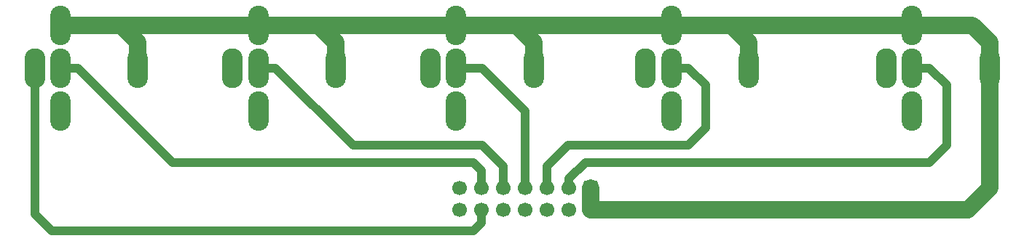
<source format=gtl>
G04 #@! TF.GenerationSoftware,KiCad,Pcbnew,(6.0.0)*
G04 #@! TF.CreationDate,2022-06-26T22:57:09+02:00*
G04 #@! TF.ProjectId,mht-ctl-back,6d68742d-6374-46c2-9d62-61636b2e6b69,rev?*
G04 #@! TF.SameCoordinates,Original*
G04 #@! TF.FileFunction,Copper,L1,Top*
G04 #@! TF.FilePolarity,Positive*
%FSLAX46Y46*%
G04 Gerber Fmt 4.6, Leading zero omitted, Abs format (unit mm)*
G04 Created by KiCad (PCBNEW (6.0.0)) date 2022-06-26 22:57:09*
%MOMM*%
%LPD*%
G01*
G04 APERTURE LIST*
G04 Aperture macros list*
%AMRoundRect*
0 Rectangle with rounded corners*
0 $1 Rounding radius*
0 $2 $3 $4 $5 $6 $7 $8 $9 X,Y pos of 4 corners*
0 Add a 4 corners polygon primitive as box body*
4,1,4,$2,$3,$4,$5,$6,$7,$8,$9,$2,$3,0*
0 Add four circle primitives for the rounded corners*
1,1,$1+$1,$2,$3*
1,1,$1+$1,$4,$5*
1,1,$1+$1,$6,$7*
1,1,$1+$1,$8,$9*
0 Add four rect primitives between the rounded corners*
20,1,$1+$1,$2,$3,$4,$5,0*
20,1,$1+$1,$4,$5,$6,$7,0*
20,1,$1+$1,$6,$7,$8,$9,0*
20,1,$1+$1,$8,$9,$2,$3,0*%
G04 Aperture macros list end*
G04 #@! TA.AperFunction,ComponentPad*
%ADD10O,2.400000X4.600000*%
G04 #@! TD*
G04 #@! TA.AperFunction,ComponentPad*
%ADD11O,2.400000X4.660000*%
G04 #@! TD*
G04 #@! TA.AperFunction,ComponentPad*
%ADD12RoundRect,0.250000X-0.600000X0.600000X-0.600000X-0.600000X0.600000X-0.600000X0.600000X0.600000X0*%
G04 #@! TD*
G04 #@! TA.AperFunction,ComponentPad*
%ADD13C,1.700000*%
G04 #@! TD*
G04 #@! TA.AperFunction,Conductor*
%ADD14C,1.000000*%
G04 #@! TD*
G04 #@! TA.AperFunction,Conductor*
%ADD15C,2.000000*%
G04 #@! TD*
G04 APERTURE END LIST*
D10*
X159000000Y-98000000D03*
X159000000Y-103000000D03*
X159000000Y-108000000D03*
D11*
X156000000Y-103000000D03*
D10*
X168000000Y-103000000D03*
X187000000Y-98000000D03*
X187000000Y-103000000D03*
X187000000Y-108000000D03*
D11*
X184000000Y-103000000D03*
D10*
X196000000Y-103000000D03*
X111000000Y-98000000D03*
X111000000Y-103000000D03*
X111000000Y-108000000D03*
D11*
X108000000Y-103000000D03*
D10*
X120000000Y-103000000D03*
X88000000Y-98000000D03*
X88000000Y-103000000D03*
X88000000Y-108000000D03*
D11*
X85000000Y-103000000D03*
D10*
X97000000Y-103000000D03*
X134000000Y-98000000D03*
X134000000Y-103000000D03*
X134000000Y-108000000D03*
D11*
X131000000Y-103000000D03*
D10*
X143000000Y-103000000D03*
D12*
X149620000Y-117000000D03*
D13*
X149620000Y-119540000D03*
X147080000Y-117000000D03*
X147080000Y-119540000D03*
X144540000Y-117000000D03*
X144540000Y-119540000D03*
X142000000Y-117000000D03*
X142000000Y-119540000D03*
X139460000Y-117000000D03*
X139460000Y-119540000D03*
X136920000Y-117000000D03*
X136920000Y-119540000D03*
X134380000Y-117000000D03*
X134380000Y-119540000D03*
D14*
X136920000Y-114920000D02*
X136920000Y-117000000D01*
X136000000Y-114000000D02*
X136920000Y-114920000D01*
X101000000Y-114000000D02*
X136000000Y-114000000D01*
X88000000Y-103000000D02*
X90000000Y-103000000D01*
X90000000Y-103000000D02*
X101000000Y-114000000D01*
X136920000Y-119540000D02*
X136920000Y-121080000D01*
X85000000Y-120000000D02*
X87000000Y-122000000D01*
X136920000Y-121080000D02*
X136000000Y-122000000D01*
X136000000Y-122000000D02*
X87000000Y-122000000D01*
X85000000Y-120000000D02*
X85000000Y-103000000D01*
X137000000Y-112000000D02*
X139460000Y-114460000D01*
X122000000Y-112000000D02*
X137000000Y-112000000D01*
X113000000Y-103000000D02*
X122000000Y-112000000D01*
X111000000Y-103000000D02*
X113000000Y-103000000D01*
X139460000Y-114460000D02*
X139460000Y-117000000D01*
X142000000Y-108000000D02*
X142000000Y-117000000D01*
X137000000Y-103000000D02*
X142000000Y-108000000D01*
X134000000Y-103000000D02*
X137000000Y-103000000D01*
X163000000Y-110000000D02*
X163000000Y-105000000D01*
X147000000Y-112000000D02*
X161000000Y-112000000D01*
X144540000Y-114460000D02*
X147000000Y-112000000D01*
X144540000Y-117000000D02*
X144540000Y-114460000D01*
X161000000Y-103000000D02*
X159000000Y-103000000D01*
X161000000Y-112000000D02*
X163000000Y-110000000D01*
X163000000Y-105000000D02*
X161000000Y-103000000D01*
X191000000Y-105000000D02*
X189000000Y-103000000D01*
X189000000Y-103000000D02*
X187000000Y-103000000D01*
X191000000Y-112000000D02*
X191000000Y-105000000D01*
X149000000Y-114000000D02*
X189000000Y-114000000D01*
X147080000Y-117000000D02*
X147080000Y-115920000D01*
X189000000Y-114000000D02*
X191000000Y-112000000D01*
X147080000Y-115920000D02*
X149000000Y-114000000D01*
D15*
X194000000Y-98000000D02*
X187000000Y-98000000D01*
X120000000Y-100000000D02*
X118000000Y-98000000D01*
X143000000Y-103000000D02*
X143000000Y-100000000D01*
X95000000Y-98000000D02*
X111000000Y-98000000D01*
X196000000Y-100000000D02*
X194000000Y-98000000D01*
X134000000Y-98000000D02*
X141000000Y-98000000D01*
X97000000Y-100000000D02*
X95000000Y-98000000D01*
X118000000Y-98000000D02*
X134000000Y-98000000D01*
X149620000Y-119540000D02*
X149620000Y-117000000D01*
X159000000Y-98000000D02*
X165000000Y-98000000D01*
X166000000Y-98000000D02*
X187000000Y-98000000D01*
X111000000Y-98000000D02*
X117000000Y-98000000D01*
X143000000Y-100000000D02*
X141000000Y-98000000D01*
X141000000Y-98000000D02*
X159000000Y-98000000D01*
X97000000Y-103000000D02*
X97000000Y-100000000D01*
X149620000Y-119540000D02*
X193460000Y-119540000D01*
X168000000Y-100000000D02*
X166000000Y-98000000D01*
X88000000Y-98000000D02*
X95000000Y-98000000D01*
X117000000Y-98000000D02*
X118000000Y-98000000D01*
X165000000Y-98000000D02*
X166000000Y-98000000D01*
X168000000Y-103000000D02*
X168000000Y-100000000D01*
X120000000Y-103000000D02*
X120000000Y-100000000D01*
X196000000Y-103000000D02*
X196000000Y-100000000D01*
X193460000Y-119540000D02*
X196000000Y-117000000D01*
X196000000Y-117000000D02*
X196000000Y-103000000D01*
M02*

</source>
